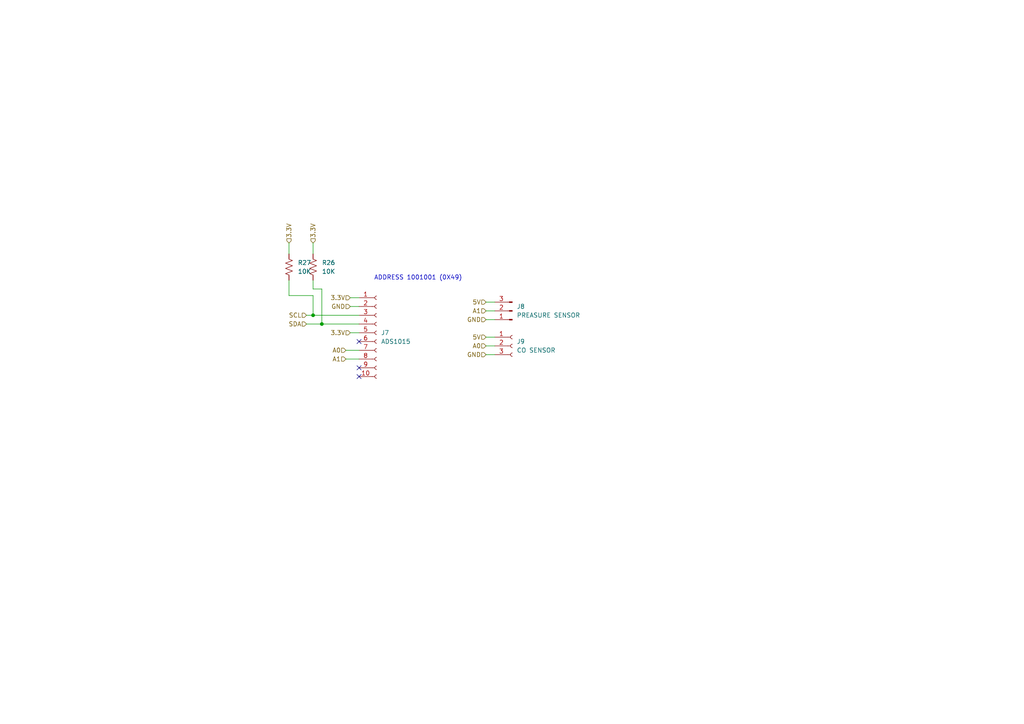
<source format=kicad_sch>
(kicad_sch (version 20231120) (generator "eeschema") (generator_version "8.0")
  (paper "A4")
  (lib_symbols
    (symbol "Connector:Conn_01x03_Pin" (pin_names (offset 1.016) hide)
      (property "Reference" "J" (at 0 5.08 0))
      (property "Value" "Conn_01x03_Pin" (at 0 -5.08 0))
      (symbol "Conn_01x03_Pin_1_1"
        (polyline (pts (xy 1.27 -2.54) (xy 0.8636 -2.54)) (stroke (width 0.1524)))
        (polyline (pts (xy 1.27 0) (xy 0.8636 0)) (stroke (width 0.1524)))
        (polyline (pts (xy 1.27 2.54) (xy 0.8636 2.54)) (stroke (width 0.1524)))
        (rectangle (start 0.8636 -2.413) (end 0 -2.667) (stroke (width 0.1524)) (fill (type outline)))
        (rectangle (start 0.8636 0.127) (end 0 -0.127) (stroke (width 0.1524)) (fill (type outline)))
        (rectangle (start 0.8636 2.667) (end 0 2.413) (stroke (width 0.1524)) (fill (type outline)))
        (pin passive line (at 5.08 2.54 180) (length 3.81) (name "Pin_1") (number "1"))
        (pin passive line (at 5.08 0 180) (length 3.81) (name "Pin_2") (number "2"))
        (pin passive line (at 5.08 -2.54 180) (length 3.81) (name "Pin_3") (number "3"))
      )
    )
    (symbol "Connector:Conn_01x03_Socket" (pin_names (offset 1.016) hide)
      (property "Reference" "J" (at 0 5.08 0))
      (property "Value" "Conn_01x03_Socket" (at 0 -5.08 0))
      (symbol "Conn_01x03_Socket_1_1"
        (arc (start 0 -2.032) (mid -0.5058 -2.54) (end 0 -3.048) (stroke (width 0.1524)))
        (polyline (pts (xy -1.27 -2.54) (xy -0.508 -2.54)) (stroke (width 0.1524)))
        (polyline (pts (xy -1.27 0) (xy -0.508 0)) (stroke (width 0.1524)))
        (polyline (pts (xy -1.27 2.54) (xy -0.508 2.54)) (stroke (width 0.1524)))
        (arc (start 0 0.508) (mid -0.5058 0) (end 0 -0.508) (stroke (width 0.1524)))
        (arc (start 0 3.048) (mid -0.5058 2.54) (end 0 2.032) (stroke (width 0.1524)))
        (pin passive line (at -5.08 2.54 0) (length 3.81) (name "Pin_1") (number "1"))
        (pin passive line (at -5.08 0 0) (length 3.81) (name "Pin_2") (number "2"))
        (pin passive line (at -5.08 -2.54 0) (length 3.81) (name "Pin_3") (number "3"))
      )
    )
    (symbol "Connector:Conn_01x10_Socket" (pin_names (offset 1.016) hide)
      (property "Reference" "J" (at 0 12.7 0))
      (property "Value" "Conn_01x10_Socket" (at 0 -15.24 0))
      (symbol "Conn_01x10_Socket_1_1"
        (arc (start 0 -12.192) (mid -0.5058 -12.7) (end 0 -13.208) (stroke (width 0.1524)))
        (arc (start 0 -9.652) (mid -0.5058 -10.16) (end 0 -10.668) (stroke (width 0.1524)))
        (arc (start 0 -7.112) (mid -0.5058 -7.62) (end 0 -8.128) (stroke (width 0.1524)))
        (arc (start 0 -4.572) (mid -0.5058 -5.08) (end 0 -5.588) (stroke (width 0.1524)))
        (arc (start 0 -2.032) (mid -0.5058 -2.54) (end 0 -3.048) (stroke (width 0.1524)))
        (polyline (pts (xy -1.27 -12.7) (xy -0.508 -12.7)) (stroke (width 0.1524)))
        (polyline (pts (xy -1.27 -10.16) (xy -0.508 -10.16)) (stroke (width 0.1524)))
        (polyline (pts (xy -1.27 -7.62) (xy -0.508 -7.62)) (stroke (width 0.1524)))
        (polyline (pts (xy -1.27 -5.08) (xy -0.508 -5.08)) (stroke (width 0.1524)))
        (polyline (pts (xy -1.27 -2.54) (xy -0.508 -2.54)) (stroke (width 0.1524)))
        (polyline (pts (xy -1.27 0) (xy -0.508 0)) (stroke (width 0.1524)))
        (polyline (pts (xy -1.27 2.54) (xy -0.508 2.54)) (stroke (width 0.1524)))
        (polyline (pts (xy -1.27 5.08) (xy -0.508 5.08)) (stroke (width 0.1524)))
        (polyline (pts (xy -1.27 7.62) (xy -0.508 7.62)) (stroke (width 0.1524)))
        (polyline (pts (xy -1.27 10.16) (xy -0.508 10.16)) (stroke (width 0.1524)))
        (arc (start 0 0.508) (mid -0.5058 0) (end 0 -0.508) (stroke (width 0.1524)))
        (arc (start 0 3.048) (mid -0.5058 2.54) (end 0 2.032) (stroke (width 0.1524)))
        (arc (start 0 5.588) (mid -0.5058 5.08) (end 0 4.572) (stroke (width 0.1524)))
        (arc (start 0 8.128) (mid -0.5058 7.62) (end 0 7.112) (stroke (width 0.1524)))
        (arc (start 0 10.668) (mid -0.5058 10.16) (end 0 9.652) (stroke (width 0.1524)))
        (pin passive line (at -5.08 10.16 0) (length 3.81) (name "Pin_1") (number "1"))
        (pin passive line (at -5.08 -12.7 0) (length 3.81) (name "Pin_10") (number "10"))
        (pin passive line (at -5.08 7.62 0) (length 3.81) (name "Pin_2") (number "2"))
        (pin passive line (at -5.08 5.08 0) (length 3.81) (name "Pin_3") (number "3"))
        (pin passive line (at -5.08 2.54 0) (length 3.81) (name "Pin_4") (number "4"))
        (pin passive line (at -5.08 0 0) (length 3.81) (name "Pin_5") (number "5"))
        (pin passive line (at -5.08 -2.54 0) (length 3.81) (name "Pin_6") (number "6"))
        (pin passive line (at -5.08 -5.08 0) (length 3.81) (name "Pin_7") (number "7"))
        (pin passive line (at -5.08 -7.62 0) (length 3.81) (name "Pin_8") (number "8"))
        (pin passive line (at -5.08 -10.16 0) (length 3.81) (name "Pin_9") (number "9"))
      )
    )
    (symbol "Device:R_US" (pin_numbers hide) (pin_names (offset 0))
      (property "Reference" "R" (at 2.54 0 90))
      (property "Value" "R_US" (at -2.54 0 90))
      (symbol "R_US_0_1"
        (polyline (pts (xy 0 -2.286) (xy 0 -2.54)))
        (polyline (pts (xy 0 2.286) (xy 0 2.54)))
        (polyline (pts (xy 0 -0.762) (xy 1.016 -1.143) (xy 0 -1.524) (xy -1.016 -1.905) (xy 0 -2.286)))
        (polyline (pts (xy 0 0.762) (xy 1.016 0.381) (xy 0 0) (xy -1.016 -0.381) (xy 0 -0.762)))
        (polyline (pts (xy 0 2.286) (xy 1.016 1.905) (xy 0 1.524) (xy -1.016 1.143) (xy 0 0.762)))
      )
      (symbol "R_US_1_1"
        (pin passive line (at 0 3.81 270) (length 1.27) (name "~") (number "1"))
        (pin passive line (at 0 -3.81 90) (length 1.27) (name "~") (number "2"))
      )
    )
  )
  (junction (at 93.345 93.98))
  (junction (at 90.805 91.44))
  (no_connect (at 104.14 106.68))
  (no_connect (at 104.14 99.06))
  (no_connect (at 104.14 109.22))
  (wire (pts (xy 83.82 81.28) (xy 83.82 85.725)))
  (wire (pts (xy 101.6 96.52) (xy 104.14 96.52)))
  (wire (pts (xy 90.805 83.82) (xy 93.345 83.82)))
  (wire (pts (xy 100.33 104.14) (xy 104.14 104.14)))
  (wire (pts (xy 90.805 85.725) (xy 90.805 91.44)))
  (wire (pts (xy 83.82 70.485) (xy 83.82 73.66)))
  (wire (pts (xy 93.345 83.82) (xy 93.345 93.98)))
  (wire (pts (xy 88.9 93.98) (xy 93.345 93.98)))
  (wire (pts (xy 140.97 92.71) (xy 143.51 92.71)))
  (wire (pts (xy 101.6 88.9) (xy 104.14 88.9)))
  (wire (pts (xy 140.97 90.17) (xy 143.51 90.17)))
  (wire (pts (xy 90.805 91.44) (xy 104.14 91.44)))
  (wire (pts (xy 90.805 81.28) (xy 90.805 83.82)))
  (wire (pts (xy 100.33 101.6) (xy 104.14 101.6)))
  (wire (pts (xy 101.6 86.36) (xy 104.14 86.36)))
  (wire (pts (xy 90.805 70.485) (xy 90.805 73.66)))
  (wire (pts (xy 140.97 87.63) (xy 143.51 87.63)))
  (wire (pts (xy 83.82 85.725) (xy 90.805 85.725)))
  (wire (pts (xy 140.97 97.79) (xy 143.51 97.79)))
  (wire (pts (xy 88.9 91.44) (xy 90.805 91.44)))
  (wire (pts (xy 140.97 102.87) (xy 143.51 102.87)))
  (wire (pts (xy 140.97 100.33) (xy 143.51 100.33)))
  (wire (pts (xy 93.345 93.98) (xy 104.14 93.98)))
  (text "ADDRESS 1001001 (0X49)\n" (at 121.285 80.645 0) (effects (font (size 1.27 1.27))))
  (hierarchical_label "A1" (shape input) (at 100.33 104.14 180))
  (hierarchical_label "3.3V" (shape input) (at 90.805 70.485 90))
  (hierarchical_label "SDA" (shape input) (at 88.9 93.98 180))
  (hierarchical_label "A0" (shape input) (at 100.33 101.6 180))
  (hierarchical_label "5V" (shape input) (at 140.97 87.63 180))
  (hierarchical_label "SCL" (shape input) (at 88.9 91.44 180))
  (hierarchical_label "3.3V" (shape input) (at 101.6 86.36 180))
  (hierarchical_label "3.3V" (shape input) (at 83.82 70.485 90))
  (hierarchical_label "A0" (shape input) (at 140.97 100.33 180))
  (hierarchical_label "GND" (shape input) (at 101.6 88.9 180))
  (hierarchical_label "GND" (shape input) (at 140.97 92.71 180))
  (hierarchical_label "5V" (shape input) (at 140.97 97.79 180))
  (hierarchical_label "A1" (shape input) (at 140.97 90.17 180))
  (hierarchical_label "GND" (shape input) (at 140.97 102.87 180))
  (hierarchical_label "3.3V" (shape input) (at 101.6 96.52 180))
  (symbol (lib_id "Device:R_US") (at 83.82 77.47 0) (unit 1)
    (property "Reference" "R27" (at 86.36 76.1999 0) (effects (justify left)))
    (property "Value" "10K" (at 86.36 78.7399 0) (effects (justify left)))
    (property "Footprint" "Resistor_SMD:R_0402_1005Metric_Pad0.72x0.64mm_HandSolder" (effects (hide yes)))
    (property "Description" "Resistor, US symbol" (effects (hide yes)))
  )
  (symbol (lib_id "Device:R_US") (at 90.805 77.47 0) (unit 1)
    (property "Reference" "R26" (at 93.345 76.1999 0) (effects (justify left)))
    (property "Value" "10K" (at 93.345 78.7399 0) (effects (justify left)))
    (property "Footprint" "Resistor_SMD:R_0402_1005Metric_Pad0.72x0.64mm_HandSolder" (effects (hide yes)))
    (property "Description" "Resistor, US symbol" (effects (hide yes)))
  )
  (symbol (lib_id "Connector:Conn_01x03_Socket") (at 148.59 100.33 0) (unit 1)
    (property "Reference" "J9" (at 149.86 99.0599 0) (effects (justify left)))
    (property "Value" "CO SENSOR" (at 149.86 101.5999 0) (effects (justify left)))
    (property "Footprint" "Connector_JST:JST_XA_B03B-XASK-1_1x03_P2.50mm_Vertical" (effects (hide yes)))
    (property "Description" "Generic connector, single row, 01x03, script generated" (effects (hide yes)))
  )
  (symbol (lib_id "Connector:Conn_01x10_Socket") (at 109.22 96.52 0) (unit 1)
    (property "Reference" "J7" (at 110.49 96.5199 0) (effects (justify left)))
    (property "Value" "ADS1015" (at 110.49 99.0599 0) (effects (justify left)))
    (property "Footprint" "Connector_PinSocket_2.54mm:PinSocket_1x10_P2.54mm_Vertical" (effects (hide yes)))
    (property "Description" "Generic connector, single row, 01x10, script generated" (effects (hide yes)))
  )
  (symbol (lib_id "Connector:Conn_01x03_Pin") (at 148.59 90.17 180) (unit 1)
    (property "Reference" "J8" (at 149.86 88.8999 0) (effects (justify right)))
    (property "Value" "PREASURE SENSOR" (at 149.86 91.4399 0) (effects (justify right)))
    (property "Footprint" "Connector_JST:JST_XH_B3B-XH-A_1x03_P2.50mm_Vertical" (effects (hide yes)))
    (property "Description" "Generic connector, single row, 01x03, script generated" (effects (hide yes)))
  )
)
</source>
